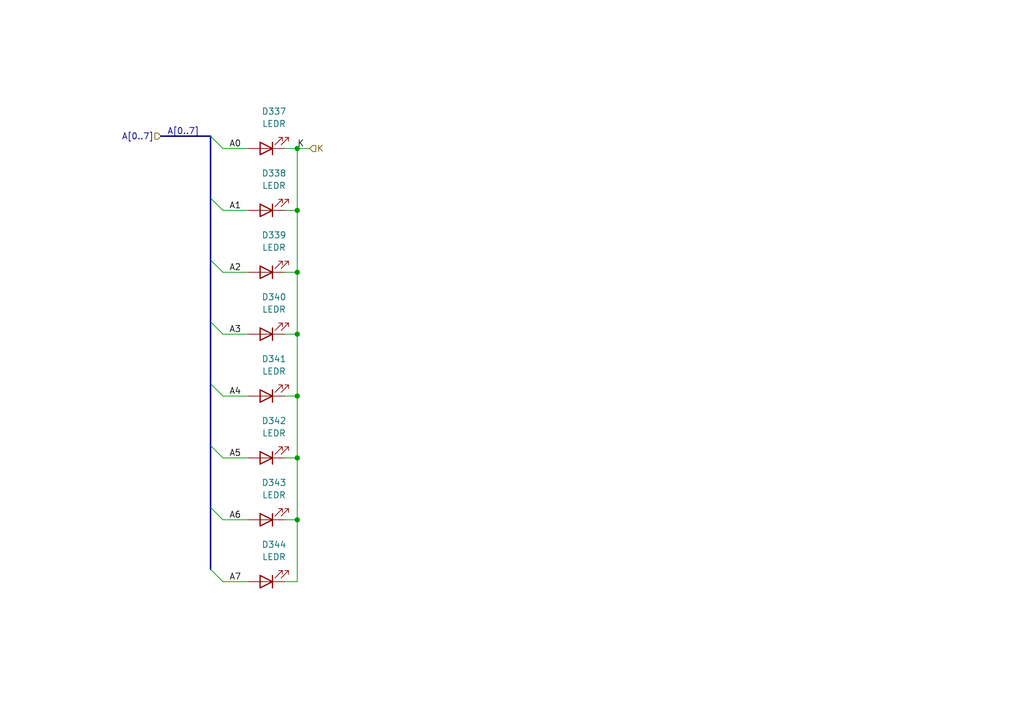
<source format=kicad_sch>
(kicad_sch (version 20231120) (generator "eeschema") (generator_version "8.0")
  (paper "A5")
  (lib_symbols
    (symbol "Device:LED" (pin_numbers hide) (pin_names (offset 1.016) hide)
      (property "Reference" "D" (at 0 2.54 0))
      (property "Value" "LED" (at 0 -2.54 0))
      (symbol "LED_0_1"
        (polyline (pts (xy -1.27 -1.27) (xy -1.27 1.27)) (stroke (width 0.254)))
        (polyline (pts (xy -1.27 0) (xy 1.27 0)))
        (polyline (pts (xy 1.27 -1.27) (xy 1.27 1.27) (xy -1.27 0) (xy 1.27 -1.27)) (stroke (width 0.254)))
        (polyline (pts (xy -3.048 -0.762) (xy -4.572 -2.286) (xy -3.81 -2.286) (xy -4.572 -2.286) (xy -4.572 -1.524)))
        (polyline (pts (xy -1.778 -0.762) (xy -3.302 -2.286) (xy -2.54 -2.286) (xy -3.302 -2.286) (xy -3.302 -1.524)))
      )
      (symbol "LED_1_1"
        (pin passive line (at -3.81 0 0) (length 2.54) (name "K") (number "1"))
        (pin passive line (at 3.81 0 180) (length 2.54) (name "A") (number "2"))
      )
    )
  )
  (junction (at 60.96 106.68))
  (junction (at 60.96 30.48))
  (junction (at 60.96 43.18))
  (junction (at 60.96 68.58))
  (junction (at 60.96 81.28))
  (junction (at 60.96 55.88))
  (junction (at 60.96 93.98))
  (bus_entry (at 45.72 119.38) (size -2.54 -2.54))
  (bus_entry (at 43.18 40.64) (size 2.54 2.54))
  (bus_entry (at 43.18 53.34) (size 2.54 2.54))
  (bus_entry (at 45.72 81.28) (size -2.54 -2.54))
  (bus_entry (at 43.18 27.94) (size 2.54 2.54))
  (bus_entry (at 45.72 68.58) (size -2.54 -2.54))
  (bus_entry (at 45.72 93.98) (size -2.54 -2.54))
  (bus_entry (at 45.72 106.68) (size -2.54 -2.54))
  (wire (pts (xy 60.96 55.88) (xy 58.42 55.88)))
  (wire (pts (xy 60.96 30.48) (xy 63.5 30.48)))
  (wire (pts (xy 45.72 43.18) (xy 50.8 43.18)))
  (wire (pts (xy 60.96 93.98) (xy 60.96 81.28)))
  (wire (pts (xy 60.96 68.58) (xy 60.96 81.28)))
  (wire (pts (xy 60.96 93.98) (xy 58.42 93.98)))
  (wire (pts (xy 60.96 106.68) (xy 60.96 93.98)))
  (bus (pts (xy 33.02 27.94) (xy 43.18 27.94)))
  (wire (pts (xy 60.96 55.88) (xy 60.96 43.18)))
  (wire (pts (xy 45.72 68.58) (xy 50.8 68.58)))
  (wire (pts (xy 60.96 81.28) (xy 58.42 81.28)))
  (wire (pts (xy 60.96 43.18) (xy 58.42 43.18)))
  (bus (pts (xy 43.18 91.44) (xy 43.18 104.14)))
  (wire (pts (xy 45.72 81.28) (xy 50.8 81.28)))
  (wire (pts (xy 58.42 106.68) (xy 60.96 106.68)))
  (wire (pts (xy 60.96 43.18) (xy 60.96 30.48)))
  (wire (pts (xy 58.42 119.38) (xy 60.96 119.38)))
  (bus (pts (xy 43.18 27.94) (xy 43.18 40.64)))
  (wire (pts (xy 60.96 30.48) (xy 58.42 30.48)))
  (wire (pts (xy 45.72 93.98) (xy 50.8 93.98)))
  (bus (pts (xy 43.18 66.04) (xy 43.18 78.74)))
  (wire (pts (xy 60.96 68.58) (xy 60.96 55.88)))
  (bus (pts (xy 43.18 104.14) (xy 43.18 116.84)))
  (wire (pts (xy 45.72 55.88) (xy 50.8 55.88)))
  (bus (pts (xy 43.18 53.34) (xy 43.18 66.04)))
  (wire (pts (xy 58.42 68.58) (xy 60.96 68.58)))
  (bus (pts (xy 43.18 40.64) (xy 43.18 53.34)))
  (wire (pts (xy 60.96 119.38) (xy 60.96 106.68)))
  (bus (pts (xy 43.18 78.74) (xy 43.18 91.44)))
  (wire (pts (xy 45.72 119.38) (xy 50.8 119.38)))
  (wire (pts (xy 45.72 30.48) (xy 50.8 30.48)))
  (wire (pts (xy 45.72 106.68) (xy 50.8 106.68)))
  (label "A6" (at 46.99 106.68 0))
  (label "A0" (at 46.99 30.48 0))
  (label "A5" (at 46.99 93.98 0))
  (label "A3" (at 46.99 68.58 0))
  (label "A4" (at 46.99 81.28 0))
  (label "A7" (at 46.99 119.38 0))
  (label "K" (at 60.96 30.48 0))
  (label "A[0..7]" (at 34.29 27.94 0))
  (label "A1" (at 46.99 43.18 0))
  (label "A2" (at 46.99 55.88 0))
  (hierarchical_label "A[0..7]" (shape input) (at 33.02 27.94 180))
  (hierarchical_label "K" (shape input) (at 63.5 30.48 0))
  (symbol (lib_id "Device:LED") (at 54.61 68.58 180) (unit 1)
    (property "Reference" "D148" (at 56.1975 60.96 0))
    (property "Value" "LEDR" (at 56.1975 63.5 0))
    (property "Footprint" "LED_SMD:LED_0603_1608Metric" (effects (hide yes)))
    (property "Description" "Light emitting diode" (effects (hide yes)))
    (property "LCSC" "C2286" (effects (hide yes)))
    (instances (project "led-display" (path "" (reference "D340") (unit 1)) (path "" (reference "D356") (unit 1)) (path "" (reference "D324") (unit 1)) (path "" (reference "D380") (unit 1)) (path "" (reference "D372") (unit 1)) (path "" (reference "D348") (unit 1)) (path "" (reference "D364") (unit 1)) (path "" (reference "D332") (unit 1)) (path "" (reference "D852") (unit 1)) (path "" (reference "D868") (unit 1)) (path "" (reference "D836") (unit 1)) (path "" (reference "D892") (unit 1)) (path "" (reference "D884") (unit 1)) (path "" (reference "D860") (unit 1)) (path "" (reference "D876") (unit 1)) (path "" (reference "D844") (unit 1)) (path "" (reference "D788") (unit 1)) (path "" (reference "D804") (unit 1)) (path "" (reference "D772") (unit 1)) (path "" (reference "D828") (unit 1)) (path "" (reference "D820") (unit 1)) (path "" (reference "D796") (unit 1)) (path "" (reference "D812") (unit 1)) (path "" (reference "D780") (unit 1)) (path "" (reference "D212") (unit 1)) (path "" (reference "D228") (unit 1)) (path "" (reference "D196") (unit 1)) (path "" (reference "D252") (unit 1)) (path "" (reference "D244") (unit 1)) (path "" (reference "D220") (unit 1)) (path "" (reference "D236") (unit 1)) (path "" (reference "D204") (unit 1)) (path "" (reference "D148") (unit 1)) (path "" (reference "D164") (unit 1)) (path "" (reference "D132") (unit 1)) (path "" (reference "D188") (unit 1)) (path "" (reference "D180") (unit 1)) (path "" (reference "D156") (unit 1)) (path "" (reference "D172") (unit 1)) (path "" (reference "D140") (unit 1)) (path "" (reference "D916") (unit 1)) (path "" (reference "D932") (unit 1)) (path "" (reference "D900") (unit 1)) (path "" (reference "D956") (unit 1)) (path "" (reference "D948") (unit 1)) (path "" (reference "D924") (unit 1)) (path "" (reference "D940") (unit 1)) (path "" (reference "D908") (unit 1)) (path "" (reference "D596") (unit 1)) (path "" (reference "D612") (unit 1)) (path "" (reference "D580") (unit 1)) (path "" (reference "D636") (unit 1)) (path "" (reference "D628") (unit 1)) (path "" (reference "D604") (unit 1)) (path "" (reference "D620") (unit 1)) (path "" (reference "D588") (unit 1)) (path "" (reference "D468") (unit 1)) (path "" (reference "D484") (unit 1)) (path "" (reference "D452") (unit 1)) (path "" (reference "D508") (unit 1)) (path "" (reference "D500") (unit 1)) (path "" (reference "D476") (unit 1)) (path "" (reference "D492") (unit 1)) (path "" (reference "D460") (unit 1)) (path "" (reference "D20") (unit 1)) (path "" (reference "D36") (unit 1)) (path "" (reference "D4") (unit 1)) (path "" (reference "D60") (unit 1)) (path "" (reference "D52") (unit 1)) (path "" (reference "D28") (unit 1)) (path "" (reference "D44") (unit 1)) (path "" (reference "D12") (unit 1)) (path "" (reference "D660") (unit 1)) (path "" (reference "D676") (unit 1)) (path "" (reference "D644") (unit 1)) (path "" (reference "D700") (unit 1)) (path "" (reference "D692") (unit 1)) (path "" (reference "D668") (unit 1)) (path "" (reference "D684") (unit 1)) (path "" (reference "D652") (unit 1)) (path "" (reference "D84") (unit 1)) (path "" (reference "D100") (unit 1)) (path "" (reference "D68") (unit 1)) (path "" (reference "D124") (unit 1)) (path "" (reference "D116") (unit 1)) (path "" (reference "D92") (unit 1)) (path "" (reference "D108") (unit 1)) (path "" (reference "D76") (unit 1)) (path "" (reference "D532") (unit 1)) (path "" (reference "D548") (unit 1)) (path "" (reference "D516") (unit 1)) (path "" (reference "D572") (unit 1)) (path "" (reference "D564") (unit 1)) (path "" (reference "D540") (unit 1)) (path "" (reference "D556") (unit 1)) (path "" (reference "D524") (unit 1)) (path "" (reference "D724") (unit 1)) (path "" (reference "D740") (unit 1)) (path "" (reference "D708") (unit 1)) (path "" (reference "D764") (unit 1)) (path "" (reference "D756") (unit 1)) (path "" (reference "D732") (unit 1)) (path "" (reference "D748") (unit 1)) (path "" (reference "D716") (unit 1)) (path "" (reference "D276") (unit 1)) (path "" (reference "D292") (unit 1)) (path "" (reference "D260") (unit 1)) (path "" (reference "D316") (unit 1)) (path "" (reference "D308") (unit 1)) (path "" (reference "D284") (unit 1)) (path "" (reference "D300") (unit 1)) (path "" (reference "D268") (unit 1)) (path "" (reference "D404") (unit 1)) (path "" (reference "D420") (unit 1)) (path "" (reference "D388") (unit 1)) (path "" (reference "D444") (unit 1)) (path "" (reference "D436") (unit 1)) (path "" (reference "D412") (unit 1)) (path "" (reference "D428") (unit 1)) (path "" (reference "D396") (unit 1)) (path "" (reference "D980") (unit 1)) (path "" (reference "D996") (unit 1)) (path "" (reference "D964") (unit 1)) (path "" (reference "D1020") (unit 1)) (path "" (reference "D1012") (unit 1)) (path "" (reference "D988") (unit 1)) (path "" (reference "D1004") (unit 1)) (path "" (reference "D972") (unit 1))))
  )
  (symbol (lib_id "Device:LED") (at 54.61 55.88 180) (unit 1)
    (property "Reference" "D147" (at 56.1975 48.26 0))
    (property "Value" "LEDR" (at 56.1975 50.8 0))
    (property "Footprint" "LED_SMD:LED_0603_1608Metric" (effects (hide yes)))
    (property "Description" "Light emitting diode" (effects (hide yes)))
    (property "LCSC" "C2286" (effects (hide yes)))
    (instances (project "led-display" (path "" (reference "D339") (unit 1)) (path "" (reference "D355") (unit 1)) (path "" (reference "D323") (unit 1)) (path "" (reference "D379") (unit 1)) (path "" (reference "D371") (unit 1)) (path "" (reference "D347") (unit 1)) (path "" (reference "D363") (unit 1)) (path "" (reference "D331") (unit 1)) (path "" (reference "D851") (unit 1)) (path "" (reference "D867") (unit 1)) (path "" (reference "D835") (unit 1)) (path "" (reference "D891") (unit 1)) (path "" (reference "D883") (unit 1)) (path "" (reference "D859") (unit 1)) (path "" (reference "D875") (unit 1)) (path "" (reference "D843") (unit 1)) (path "" (reference "D787") (unit 1)) (path "" (reference "D803") (unit 1)) (path "" (reference "D771") (unit 1)) (path "" (reference "D827") (unit 1)) (path "" (reference "D819") (unit 1)) (path "" (reference "D795") (unit 1)) (path "" (reference "D811") (unit 1)) (path "" (reference "D779") (unit 1)) (path "" (reference "D211") (unit 1)) (path "" (reference "D227") (unit 1)) (path "" (reference "D195") (unit 1)) (path "" (reference "D251") (unit 1)) (path "" (reference "D243") (unit 1)) (path "" (reference "D219") (unit 1)) (path "" (reference "D235") (unit 1)) (path "" (reference "D203") (unit 1)) (path "" (reference "D147") (unit 1)) (path "" (reference "D163") (unit 1)) (path "" (reference "D131") (unit 1)) (path "" (reference "D187") (unit 1)) (path "" (reference "D179") (unit 1)) (path "" (reference "D155") (unit 1)) (path "" (reference "D171") (unit 1)) (path "" (reference "D139") (unit 1)) (path "" (reference "D915") (unit 1)) (path "" (reference "D931") (unit 1)) (path "" (reference "D899") (unit 1)) (path "" (reference "D955") (unit 1)) (path "" (reference "D947") (unit 1)) (path "" (reference "D923") (unit 1)) (path "" (reference "D939") (unit 1)) (path "" (reference "D907") (unit 1)) (path "" (reference "D595") (unit 1)) (path "" (reference "D611") (unit 1)) (path "" (reference "D579") (unit 1)) (path "" (reference "D635") (unit 1)) (path "" (reference "D627") (unit 1)) (path "" (reference "D603") (unit 1)) (path "" (reference "D619") (unit 1)) (path "" (reference "D587") (unit 1)) (path "" (reference "D467") (unit 1)) (path "" (reference "D483") (unit 1)) (path "" (reference "D451") (unit 1)) (path "" (reference "D507") (unit 1)) (path "" (reference "D499") (unit 1)) (path "" (reference "D475") (unit 1)) (path "" (reference "D491") (unit 1)) (path "" (reference "D459") (unit 1)) (path "" (reference "D19") (unit 1)) (path "" (reference "D35") (unit 1)) (path "" (reference "D3") (unit 1)) (path "" (reference "D59") (unit 1)) (path "" (reference "D51") (unit 1)) (path "" (reference "D27") (unit 1)) (path "" (reference "D43") (unit 1)) (path "" (reference "D11") (unit 1)) (path "" (reference "D659") (unit 1)) (path "" (reference "D675") (unit 1)) (path "" (reference "D643") (unit 1)) (path "" (reference "D699") (unit 1)) (path "" (reference "D691") (unit 1)) (path "" (reference "D667") (unit 1)) (path "" (reference "D683") (unit 1)) (path "" (reference "D651") (unit 1)) (path "" (reference "D83") (unit 1)) (path "" (reference "D99") (unit 1)) (path "" (reference "D67") (unit 1)) (path "" (reference "D123") (unit 1)) (path "" (reference "D115") (unit 1)) (path "" (reference "D91") (unit 1)) (path "" (reference "D107") (unit 1)) (path "" (reference "D75") (unit 1)) (path "" (reference "D531") (unit 1)) (path "" (reference "D547") (unit 1)) (path "" (reference "D515") (unit 1)) (path "" (reference "D571") (unit 1)) (path "" (reference "D563") (unit 1)) (path "" (reference "D539") (unit 1)) (path "" (reference "D555") (unit 1)) (path "" (reference "D523") (unit 1)) (path "" (reference "D723") (unit 1)) (path "" (reference "D739") (unit 1)) (path "" (reference "D707") (unit 1)) (path "" (reference "D763") (unit 1)) (path "" (reference "D755") (unit 1)) (path "" (reference "D731") (unit 1)) (path "" (reference "D747") (unit 1)) (path "" (reference "D715") (unit 1)) (path "" (reference "D275") (unit 1)) (path "" (reference "D291") (unit 1)) (path "" (reference "D259") (unit 1)) (path "" (reference "D315") (unit 1)) (path "" (reference "D307") (unit 1)) (path "" (reference "D283") (unit 1)) (path "" (reference "D299") (unit 1)) (path "" (reference "D267") (unit 1)) (path "" (reference "D403") (unit 1)) (path "" (reference "D419") (unit 1)) (path "" (reference "D387") (unit 1)) (path "" (reference "D443") (unit 1)) (path "" (reference "D435") (unit 1)) (path "" (reference "D411") (unit 1)) (path "" (reference "D427") (unit 1)) (path "" (reference "D395") (unit 1)) (path "" (reference "D979") (unit 1)) (path "" (reference "D995") (unit 1)) (path "" (reference "D963") (unit 1)) (path "" (reference "D1019") (unit 1)) (path "" (reference "D1011") (unit 1)) (path "" (reference "D987") (unit 1)) (path "" (reference "D1003") (unit 1)) (path "" (reference "D971") (unit 1))))
  )
  (symbol (lib_id "Device:LED") (at 54.61 81.28 180) (unit 1)
    (property "Reference" "D149" (at 56.1975 73.66 0))
    (property "Value" "LEDR" (at 56.1975 76.2 0))
    (property "Footprint" "LED_SMD:LED_0603_1608Metric" (effects (hide yes)))
    (property "Description" "Light emitting diode" (effects (hide yes)))
    (property "LCSC" "C2286" (effects (hide yes)))
    (instances (project "led-display" (path "" (reference "D341") (unit 1)) (path "" (reference "D357") (unit 1)) (path "" (reference "D325") (unit 1)) (path "" (reference "D381") (unit 1)) (path "" (reference "D373") (unit 1)) (path "" (reference "D349") (unit 1)) (path "" (reference "D365") (unit 1)) (path "" (reference "D333") (unit 1)) (path "" (reference "D853") (unit 1)) (path "" (reference "D869") (unit 1)) (path "" (reference "D837") (unit 1)) (path "" (reference "D893") (unit 1)) (path "" (reference "D885") (unit 1)) (path "" (reference "D861") (unit 1)) (path "" (reference "D877") (unit 1)) (path "" (reference "D845") (unit 1)) (path "" (reference "D789") (unit 1)) (path "" (reference "D805") (unit 1)) (path "" (reference "D773") (unit 1)) (path "" (reference "D829") (unit 1)) (path "" (reference "D821") (unit 1)) (path "" (reference "D797") (unit 1)) (path "" (reference "D813") (unit 1)) (path "" (reference "D781") (unit 1)) (path "" (reference "D213") (unit 1)) (path "" (reference "D229") (unit 1)) (path "" (reference "D197") (unit 1)) (path "" (reference "D253") (unit 1)) (path "" (reference "D245") (unit 1)) (path "" (reference "D221") (unit 1)) (path "" (reference "D237") (unit 1)) (path "" (reference "D205") (unit 1)) (path "" (reference "D149") (unit 1)) (path "" (reference "D165") (unit 1)) (path "" (reference "D133") (unit 1)) (path "" (reference "D189") (unit 1)) (path "" (reference "D181") (unit 1)) (path "" (reference "D157") (unit 1)) (path "" (reference "D173") (unit 1)) (path "" (reference "D141") (unit 1)) (path "" (reference "D917") (unit 1)) (path "" (reference "D933") (unit 1)) (path "" (reference "D901") (unit 1)) (path "" (reference "D957") (unit 1)) (path "" (reference "D949") (unit 1)) (path "" (reference "D925") (unit 1)) (path "" (reference "D941") (unit 1)) (path "" (reference "D909") (unit 1)) (path "" (reference "D597") (unit 1)) (path "" (reference "D613") (unit 1)) (path "" (reference "D581") (unit 1)) (path "" (reference "D637") (unit 1)) (path "" (reference "D629") (unit 1)) (path "" (reference "D605") (unit 1)) (path "" (reference "D621") (unit 1)) (path "" (reference "D589") (unit 1)) (path "" (reference "D469") (unit 1)) (path "" (reference "D485") (unit 1)) (path "" (reference "D453") (unit 1)) (path "" (reference "D509") (unit 1)) (path "" (reference "D501") (unit 1)) (path "" (reference "D477") (unit 1)) (path "" (reference "D493") (unit 1)) (path "" (reference "D461") (unit 1)) (path "" (reference "D21") (unit 1)) (path "" (reference "D37") (unit 1)) (path "" (reference "D5") (unit 1)) (path "" (reference "D61") (unit 1)) (path "" (reference "D53") (unit 1)) (path "" (reference "D29") (unit 1)) (path "" (reference "D45") (unit 1)) (path "" (reference "D13") (unit 1)) (path "" (reference "D661") (unit 1)) (path "" (reference "D677") (unit 1)) (path "" (reference "D645") (unit 1)) (path "" (reference "D701") (unit 1)) (path "" (reference "D693") (unit 1)) (path "" (reference "D669") (unit 1)) (path "" (reference "D685") (unit 1)) (path "" (reference "D653") (unit 1)) (path "" (reference "D85") (unit 1)) (path "" (reference "D101") (unit 1)) (path "" (reference "D69") (unit 1)) (path "" (reference "D125") (unit 1)) (path "" (reference "D117") (unit 1)) (path "" (reference "D93") (unit 1)) (path "" (reference "D109") (unit 1)) (path "" (reference "D77") (unit 1)) (path "" (reference "D533") (unit 1)) (path "" (reference "D549") (unit 1)) (path "" (reference "D517") (unit 1)) (path "" (reference "D573") (unit 1)) (path "" (reference "D565") (unit 1)) (path "" (reference "D541") (unit 1)) (path "" (reference "D557") (unit 1)) (path "" (reference "D525") (unit 1)) (path "" (reference "D725") (unit 1)) (path "" (reference "D741") (unit 1)) (path "" (reference "D709") (unit 1)) (path "" (reference "D765") (unit 1)) (path "" (reference "D757") (unit 1)) (path "" (reference "D733") (unit 1)) (path "" (reference "D749") (unit 1)) (path "" (reference "D717") (unit 1)) (path "" (reference "D277") (unit 1)) (path "" (reference "D293") (unit 1)) (path "" (reference "D261") (unit 1)) (path "" (reference "D317") (unit 1)) (path "" (reference "D309") (unit 1)) (path "" (reference "D285") (unit 1)) (path "" (reference "D301") (unit 1)) (path "" (reference "D269") (unit 1)) (path "" (reference "D405") (unit 1)) (path "" (reference "D421") (unit 1)) (path "" (reference "D389") (unit 1)) (path "" (reference "D445") (unit 1)) (path "" (reference "D437") (unit 1)) (path "" (reference "D413") (unit 1)) (path "" (reference "D429") (unit 1)) (path "" (reference "D397") (unit 1)) (path "" (reference "D981") (unit 1)) (path "" (reference "D997") (unit 1)) (path "" (reference "D965") (unit 1)) (path "" (reference "D1021") (unit 1)) (path "" (reference "D1013") (unit 1)) (path "" (reference "D989") (unit 1)) (path "" (reference "D1005") (unit 1)) (path "" (reference "D973") (unit 1))))
  )
  (symbol (lib_id "Device:LED") (at 54.61 43.18 180) (unit 1)
    (property "Reference" "D146" (at 56.1975 35.56 0))
    (property "Value" "LEDR" (at 56.1975 38.1 0))
    (property "Footprint" "LED_SMD:LED_0603_1608Metric" (effects (hide yes)))
    (property "Description" "Light emitting diode" (effects (hide yes)))
    (property "LCSC" "C2286" (effects (hide yes)))
    (instances (project "led-display" (path "" (reference "D338") (unit 1)) (path "" (reference "D354") (unit 1)) (path "" (reference "D322") (unit 1)) (path "" (reference "D378") (unit 1)) (path "" (reference "D370") (unit 1)) (path "" (reference "D346") (unit 1)) (path "" (reference "D362") (unit 1)) (path "" (reference "D330") (unit 1)) (path "" (reference "D850") (unit 1)) (path "" (reference "D866") (unit 1)) (path "" (reference "D834") (unit 1)) (path "" (reference "D890") (unit 1)) (path "" (reference "D882") (unit 1)) (path "" (reference "D858") (unit 1)) (path "" (reference "D874") (unit 1)) (path "" (reference "D842") (unit 1)) (path "" (reference "D786") (unit 1)) (path "" (reference "D802") (unit 1)) (path "" (reference "D770") (unit 1)) (path "" (reference "D826") (unit 1)) (path "" (reference "D818") (unit 1)) (path "" (reference "D794") (unit 1)) (path "" (reference "D810") (unit 1)) (path "" (reference "D778") (unit 1)) (path "" (reference "D210") (unit 1)) (path "" (reference "D226") (unit 1)) (path "" (reference "D194") (unit 1)) (path "" (reference "D250") (unit 1)) (path "" (reference "D242") (unit 1)) (path "" (reference "D218") (unit 1)) (path "" (reference "D234") (unit 1)) (path "" (reference "D202") (unit 1)) (path "" (reference "D146") (unit 1)) (path "" (reference "D162") (unit 1)) (path "" (reference "D130") (unit 1)) (path "" (reference "D186") (unit 1)) (path "" (reference "D178") (unit 1)) (path "" (reference "D154") (unit 1)) (path "" (reference "D170") (unit 1)) (path "" (reference "D138") (unit 1)) (path "" (reference "D914") (unit 1)) (path "" (reference "D930") (unit 1)) (path "" (reference "D898") (unit 1)) (path "" (reference "D954") (unit 1)) (path "" (reference "D946") (unit 1)) (path "" (reference "D922") (unit 1)) (path "" (reference "D938") (unit 1)) (path "" (reference "D906") (unit 1)) (path "" (reference "D594") (unit 1)) (path "" (reference "D610") (unit 1)) (path "" (reference "D578") (unit 1)) (path "" (reference "D634") (unit 1)) (path "" (reference "D626") (unit 1)) (path "" (reference "D602") (unit 1)) (path "" (reference "D618") (unit 1)) (path "" (reference "D586") (unit 1)) (path "" (reference "D466") (unit 1)) (path "" (reference "D482") (unit 1)) (path "" (reference "D450") (unit 1)) (path "" (reference "D506") (unit 1)) (path "" (reference "D498") (unit 1)) (path "" (reference "D474") (unit 1)) (path "" (reference "D490") (unit 1)) (path "" (reference "D458") (unit 1)) (path "" (reference "D18") (unit 1)) (path "" (reference "D34") (unit 1)) (path "" (reference "D2") (unit 1)) (path "" (reference "D58") (unit 1)) (path "" (reference "D50") (unit 1)) (path "" (reference "D26") (unit 1)) (path "" (reference "D42") (unit 1)) (path "" (reference "D10") (unit 1)) (path "" (reference "D658") (unit 1)) (path "" (reference "D674") (unit 1)) (path "" (reference "D642") (unit 1)) (path "" (reference "D698") (unit 1)) (path "" (reference "D690") (unit 1)) (path "" (reference "D666") (unit 1)) (path "" (reference "D682") (unit 1)) (path "" (reference "D650") (unit 1)) (path "" (reference "D82") (unit 1)) (path "" (reference "D98") (unit 1)) (path "" (reference "D66") (unit 1)) (path "" (reference "D122") (unit 1)) (path "" (reference "D114") (unit 1)) (path "" (reference "D90") (unit 1)) (path "" (reference "D106") (unit 1)) (path "" (reference "D74") (unit 1)) (path "" (reference "D530") (unit 1)) (path "" (reference "D546") (unit 1)) (path "" (reference "D514") (unit 1)) (path "" (reference "D570") (unit 1)) (path "" (reference "D562") (unit 1)) (path "" (reference "D538") (unit 1)) (path "" (reference "D554") (unit 1)) (path "" (reference "D522") (unit 1)) (path "" (reference "D722") (unit 1)) (path "" (reference "D738") (unit 1)) (path "" (reference "D706") (unit 1)) (path "" (reference "D762") (unit 1)) (path "" (reference "D754") (unit 1)) (path "" (reference "D730") (unit 1)) (path "" (reference "D746") (unit 1)) (path "" (reference "D714") (unit 1)) (path "" (reference "D274") (unit 1)) (path "" (reference "D290") (unit 1)) (path "" (reference "D258") (unit 1)) (path "" (reference "D314") (unit 1)) (path "" (reference "D306") (unit 1)) (path "" (reference "D282") (unit 1)) (path "" (reference "D298") (unit 1)) (path "" (reference "D266") (unit 1)) (path "" (reference "D402") (unit 1)) (path "" (reference "D418") (unit 1)) (path "" (reference "D386") (unit 1)) (path "" (reference "D442") (unit 1)) (path "" (reference "D434") (unit 1)) (path "" (reference "D410") (unit 1)) (path "" (reference "D426") (unit 1)) (path "" (reference "D394") (unit 1)) (path "" (reference "D978") (unit 1)) (path "" (reference "D994") (unit 1)) (path "" (reference "D962") (unit 1)) (path "" (reference "D1018") (unit 1)) (path "" (reference "D1010") (unit 1)) (path "" (reference "D986") (unit 1)) (path "" (reference "D1002") (unit 1)) (path "" (reference "D970") (unit 1))))
  )
  (symbol (lib_id "Device:LED") (at 54.61 106.68 180) (unit 1)
    (property "Reference" "D151" (at 56.1975 99.06 0))
    (property "Value" "LEDR" (at 56.1975 101.6 0))
    (property "Footprint" "LED_SMD:LED_0603_1608Metric" (effects (hide yes)))
    (property "Description" "Light emitting diode" (effects (hide yes)))
    (property "LCSC" "C2286" (effects (hide yes)))
    (instances (project "led-display" (path "" (reference "D343") (unit 1)) (path "" (reference "D359") (unit 1)) (path "" (reference "D327") (unit 1)) (path "" (reference "D383") (unit 1)) (path "" (reference "D375") (unit 1)) (path "" (reference "D351") (unit 1)) (path "" (reference "D367") (unit 1)) (path "" (reference "D335") (unit 1)) (path "" (reference "D855") (unit 1)) (path "" (reference "D871") (unit 1)) (path "" (reference "D839") (unit 1)) (path "" (reference "D895") (unit 1)) (path "" (reference "D887") (unit 1)) (path "" (reference "D863") (unit 1)) (path "" (reference "D879") (unit 1)) (path "" (reference "D847") (unit 1)) (path "" (reference "D791") (unit 1)) (path "" (reference "D807") (unit 1)) (path "" (reference "D775") (unit 1)) (path "" (reference "D831") (unit 1)) (path "" (reference "D823") (unit 1)) (path "" (reference "D799") (unit 1)) (path "" (reference "D815") (unit 1)) (path "" (reference "D783") (unit 1)) (path "" (reference "D215") (unit 1)) (path "" (reference "D231") (unit 1)) (path "" (reference "D199") (unit 1)) (path "" (reference "D255") (unit 1)) (path "" (reference "D247") (unit 1)) (path "" (reference "D223") (unit 1)) (path "" (reference "D239") (unit 1)) (path "" (reference "D207") (unit 1)) (path "" (reference "D151") (unit 1)) (path "" (reference "D167") (unit 1)) (path "" (reference "D135") (unit 1)) (path "" (reference "D191") (unit 1)) (path "" (reference "D183") (unit 1)) (path "" (reference "D159") (unit 1)) (path "" (reference "D175") (unit 1)) (path "" (reference "D143") (unit 1)) (path "" (reference "D919") (unit 1)) (path "" (reference "D935") (unit 1)) (path "" (reference "D903") (unit 1)) (path "" (reference "D959") (unit 1)) (path "" (reference "D951") (unit 1)) (path "" (reference "D927") (unit 1)) (path "" (reference "D943") (unit 1)) (path "" (reference "D911") (unit 1)) (path "" (reference "D599") (unit 1)) (path "" (reference "D615") (unit 1)) (path "" (reference "D583") (unit 1)) (path "" (reference "D639") (unit 1)) (path "" (reference "D631") (unit 1)) (path "" (reference "D607") (unit 1)) (path "" (reference "D623") (unit 1)) (path "" (reference "D591") (unit 1)) (path "" (reference "D471") (unit 1)) (path "" (reference "D487") (unit 1)) (path "" (reference "D455") (unit 1)) (path "" (reference "D511") (unit 1)) (path "" (reference "D503") (unit 1)) (path "" (reference "D479") (unit 1)) (path "" (reference "D495") (unit 1)) (path "" (reference "D463") (unit 1)) (path "" (reference "D23") (unit 1)) (path "" (reference "D39") (unit 1)) (path "" (reference "D7") (unit 1)) (path "" (reference "D63") (unit 1)) (path "" (reference "D55") (unit 1)) (path "" (reference "D31") (unit 1)) (path "" (reference "D47") (unit 1)) (path "" (reference "D15") (unit 1)) (path "" (reference "D663") (unit 1)) (path "" (reference "D679") (unit 1)) (path "" (reference "D647") (unit 1)) (path "" (reference "D703") (unit 1)) (path "" (reference "D695") (unit 1)) (path "" (reference "D671") (unit 1)) (path "" (reference "D687") (unit 1)) (path "" (reference "D655") (unit 1)) (path "" (reference "D87") (unit 1)) (path "" (reference "D103") (unit 1)) (path "" (reference "D71") (unit 1)) (path "" (reference "D127") (unit 1)) (path "" (reference "D119") (unit 1)) (path "" (reference "D95") (unit 1)) (path "" (reference "D111") (unit 1)) (path "" (reference "D79") (unit 1)) (path "" (reference "D535") (unit 1)) (path "" (reference "D551") (unit 1)) (path "" (reference "D519") (unit 1)) (path "" (reference "D575") (unit 1)) (path "" (reference "D567") (unit 1)) (path "" (reference "D543") (unit 1)) (path "" (reference "D559") (unit 1)) (path "" (reference "D527") (unit 1)) (path "" (reference "D727") (unit 1)) (path "" (reference "D743") (unit 1)) (path "" (reference "D711") (unit 1)) (path "" (reference "D767") (unit 1)) (path "" (reference "D759") (unit 1)) (path "" (reference "D735") (unit 1)) (path "" (reference "D751") (unit 1)) (path "" (reference "D719") (unit 1)) (path "" (reference "D279") (unit 1)) (path "" (reference "D295") (unit 1)) (path "" (reference "D263") (unit 1)) (path "" (reference "D319") (unit 1)) (path "" (reference "D311") (unit 1)) (path "" (reference "D287") (unit 1)) (path "" (reference "D303") (unit 1)) (path "" (reference "D271") (unit 1)) (path "" (reference "D407") (unit 1)) (path "" (reference "D423") (unit 1)) (path "" (reference "D391") (unit 1)) (path "" (reference "D447") (unit 1)) (path "" (reference "D439") (unit 1)) (path "" (reference "D415") (unit 1)) (path "" (reference "D431") (unit 1)) (path "" (reference "D399") (unit 1)) (path "" (reference "D983") (unit 1)) (path "" (reference "D999") (unit 1)) (path "" (reference "D967") (unit 1)) (path "" (reference "D1023") (unit 1)) (path "" (reference "D1015") (unit 1)) (path "" (reference "D991") (unit 1)) (path "" (reference "D1007") (unit 1)) (path "" (reference "D975") (unit 1))))
  )
  (symbol (lib_id "Device:LED") (at 54.61 93.98 180) (unit 1)
    (property "Reference" "D150" (at 56.1975 86.36 0))
    (property "Value" "LEDR" (at 56.1975 88.9 0))
    (property "Footprint" "LED_SMD:LED_0603_1608Metric" (effects (hide yes)))
    (property "Description" "Light emitting diode" (effects (hide yes)))
    (property "LCSC" "C2286" (effects (hide yes)))
    (instances (project "led-display" (path "" (reference "D342") (unit 1)) (path "" (reference "D358") (unit 1)) (path "" (reference "D326") (unit 1)) (path "" (reference "D382") (unit 1)) (path "" (reference "D374") (unit 1)) (path "" (reference "D350") (unit 1)) (path "" (reference "D366") (unit 1)) (path "" (reference "D334") (unit 1)) (path "" (reference "D854") (unit 1)) (path "" (reference "D870") (unit 1)) (path "" (reference "D838") (unit 1)) (path "" (reference "D894") (unit 1)) (path "" (reference "D886") (unit 1)) (path "" (reference "D862") (unit 1)) (path "" (reference "D878") (unit 1)) (path "" (reference "D846") (unit 1)) (path "" (reference "D790") (unit 1)) (path "" (reference "D806") (unit 1)) (path "" (reference "D774") (unit 1)) (path "" (reference "D830") (unit 1)) (path "" (reference "D822") (unit 1)) (path "" (reference "D798") (unit 1)) (path "" (reference "D814") (unit 1)) (path "" (reference "D782") (unit 1)) (path "" (reference "D214") (unit 1)) (path "" (reference "D230") (unit 1)) (path "" (reference "D198") (unit 1)) (path "" (reference "D254") (unit 1)) (path "" (reference "D246") (unit 1)) (path "" (reference "D222") (unit 1)) (path "" (reference "D238") (unit 1)) (path "" (reference "D206") (unit 1)) (path "" (reference "D150") (unit 1)) (path "" (reference "D166") (unit 1)) (path "" (reference "D134") (unit 1)) (path "" (reference "D190") (unit 1)) (path "" (reference "D182") (unit 1)) (path "" (reference "D158") (unit 1)) (path "" (reference "D174") (unit 1)) (path "" (reference "D142") (unit 1)) (path "" (reference "D918") (unit 1)) (path "" (reference "D934") (unit 1)) (path "" (reference "D902") (unit 1)) (path "" (reference "D958") (unit 1)) (path "" (reference "D950") (unit 1)) (path "" (reference "D926") (unit 1)) (path "" (reference "D942") (unit 1)) (path "" (reference "D910") (unit 1)) (path "" (reference "D598") (unit 1)) (path "" (reference "D614") (unit 1)) (path "" (reference "D582") (unit 1)) (path "" (reference "D638") (unit 1)) (path "" (reference "D630") (unit 1)) (path "" (reference "D606") (unit 1)) (path "" (reference "D622") (unit 1)) (path "" (reference "D590") (unit 1)) (path "" (reference "D470") (unit 1)) (path "" (reference "D486") (unit 1)) (path "" (reference "D454") (unit 1)) (path "" (reference "D510") (unit 1)) (path "" (reference "D502") (unit 1)) (path "" (reference "D478") (unit 1)) (path "" (reference "D494") (unit 1)) (path "" (reference "D462") (unit 1)) (path "" (reference "D22") (unit 1)) (path "" (reference "D38") (unit 1)) (path "" (reference "D6") (unit 1)) (path "" (reference "D62") (unit 1)) (path "" (reference "D54") (unit 1)) (path "" (reference "D30") (unit 1)) (path "" (reference "D46") (unit 1)) (path "" (reference "D14") (unit 1)) (path "" (reference "D662") (unit 1)) (path "" (reference "D678") (unit 1)) (path "" (reference "D646") (unit 1)) (path "" (reference "D702") (unit 1)) (path "" (reference "D694") (unit 1)) (path "" (reference "D670") (unit 1)) (path "" (reference "D686") (unit 1)) (path "" (reference "D654") (unit 1)) (path "" (reference "D86") (unit 1)) (path "" (reference "D102") (unit 1)) (path "" (reference "D70") (unit 1)) (path "" (reference "D126") (unit 1)) (path "" (reference "D118") (unit 1)) (path "" (reference "D94") (unit 1)) (path "" (reference "D110") (unit 1)) (path "" (reference "D78") (unit 1)) (path "" (reference "D534") (unit 1)) (path "" (reference "D550") (unit 1)) (path "" (reference "D518") (unit 1)) (path "" (reference "D574") (unit 1)) (path "" (reference "D566") (unit 1)) (path "" (reference "D542") (unit 1)) (path "" (reference "D558") (unit 1)) (path "" (reference "D526") (unit 1)) (path "" (reference "D726") (unit 1)) (path "" (reference "D742") (unit 1)) (path "" (reference "D710") (unit 1)) (path "" (reference "D766") (unit 1)) (path "" (reference "D758") (unit 1)) (path "" (reference "D734") (unit 1)) (path "" (reference "D750") (unit 1)) (path "" (reference "D718") (unit 1)) (path "" (reference "D278") (unit 1)) (path "" (reference "D294") (unit 1)) (path "" (reference "D262") (unit 1)) (path "" (reference "D318") (unit 1)) (path "" (reference "D310") (unit 1)) (path "" (reference "D286") (unit 1)) (path "" (reference "D302") (unit 1)) (path "" (reference "D270") (unit 1)) (path "" (reference "D406") (unit 1)) (path "" (reference "D422") (unit 1)) (path "" (reference "D390") (unit 1)) (path "" (reference "D446") (unit 1)) (path "" (reference "D438") (unit 1)) (path "" (reference "D414") (unit 1)) (path "" (reference "D430") (unit 1)) (path "" (reference "D398") (unit 1)) (path "" (reference "D982") (unit 1)) (path "" (reference "D998") (unit 1)) (path "" (reference "D966") (unit 1)) (path "" (reference "D1022") (unit 1)) (path "" (reference "D1014") (unit 1)) (path "" (reference "D990") (unit 1)) (path "" (reference "D1006") (unit 1)) (path "" (reference "D974") (unit 1))))
  )
  (symbol (lib_id "Device:LED") (at 54.61 30.48 180) (unit 1)
    (property "Reference" "D145" (at 56.1975 22.86 0))
    (property "Value" "LEDR" (at 56.1975 25.4 0))
    (property "Footprint" "LED_SMD:LED_0603_1608Metric" (effects (hide yes)))
    (property "Description" "Light emitting diode" (effects (hide yes)))
    (property "LCSC" "C2286" (effects (hide yes)))
    (instances (project "led-display" (path "" (reference "D337") (unit 1)) (path "" (reference "D353") (unit 1)) (path "" (reference "D321") (unit 1)) (path "" (reference "D377") (unit 1)) (path "" (reference "D369") (unit 1)) (path "" (reference "D345") (unit 1)) (path "" (reference "D361") (unit 1)) (path "" (reference "D329") (unit 1)) (path "" (reference "D849") (unit 1)) (path "" (reference "D865") (unit 1)) (path "" (reference "D833") (unit 1)) (path "" (reference "D889") (unit 1)) (path "" (reference "D881") (unit 1)) (path "" (reference "D857") (unit 1)) (path "" (reference "D873") (unit 1)) (path "" (reference "D841") (unit 1)) (path "" (reference "D785") (unit 1)) (path "" (reference "D801") (unit 1)) (path "" (reference "D769") (unit 1)) (path "" (reference "D825") (unit 1)) (path "" (reference "D817") (unit 1)) (path "" (reference "D793") (unit 1)) (path "" (reference "D809") (unit 1)) (path "" (reference "D777") (unit 1)) (path "" (reference "D209") (unit 1)) (path "" (reference "D225") (unit 1)) (path "" (reference "D193") (unit 1)) (path "" (reference "D249") (unit 1)) (path "" (reference "D241") (unit 1)) (path "" (reference "D217") (unit 1)) (path "" (reference "D233") (unit 1)) (path "" (reference "D201") (unit 1)) (path "" (reference "D145") (unit 1)) (path "" (reference "D161") (unit 1)) (path "" (reference "D129") (unit 1)) (path "" (reference "D185") (unit 1)) (path "" (reference "D177") (unit 1)) (path "" (reference "D153") (unit 1)) (path "" (reference "D169") (unit 1)) (path "" (reference "D137") (unit 1)) (path "" (reference "D913") (unit 1)) (path "" (reference "D929") (unit 1)) (path "" (reference "D897") (unit 1)) (path "" (reference "D953") (unit 1)) (path "" (reference "D945") (unit 1)) (path "" (reference "D921") (unit 1)) (path "" (reference "D937") (unit 1)) (path "" (reference "D905") (unit 1)) (path "" (reference "D593") (unit 1)) (path "" (reference "D609") (unit 1)) (path "" (reference "D577") (unit 1)) (path "" (reference "D633") (unit 1)) (path "" (reference "D625") (unit 1)) (path "" (reference "D601") (unit 1)) (path "" (reference "D617") (unit 1)) (path "" (reference "D585") (unit 1)) (path "" (reference "D465") (unit 1)) (path "" (reference "D481") (unit 1)) (path "" (reference "D449") (unit 1)) (path "" (reference "D505") (unit 1)) (path "" (reference "D497") (unit 1)) (path "" (reference "D473") (unit 1)) (path "" (reference "D489") (unit 1)) (path "" (reference "D457") (unit 1)) (path "" (reference "D17") (unit 1)) (path "" (reference "D33") (unit 1)) (path "" (reference "D1") (unit 1)) (path "" (reference "D57") (unit 1)) (path "" (reference "D49") (unit 1)) (path "" (reference "D25") (unit 1)) (path "" (reference "D41") (unit 1)) (path "" (reference "D9") (unit 1)) (path "" (reference "D657") (unit 1)) (path "" (reference "D673") (unit 1)) (path "" (reference "D641") (unit 1)) (path "" (reference "D697") (unit 1)) (path "" (reference "D689") (unit 1)) (path "" (reference "D665") (unit 1)) (path "" (reference "D681") (unit 1)) (path "" (reference "D649") (unit 1)) (path "" (reference "D81") (unit 1)) (path "" (reference "D97") (unit 1)) (path "" (reference "D65") (unit 1)) (path "" (reference "D121") (unit 1)) (path "" (reference "D113") (unit 1)) (path "" (reference "D89") (unit 1)) (path "" (reference "D105") (unit 1)) (path "" (reference "D73") (unit 1)) (path "" (reference "D529") (unit 1)) (path "" (reference "D545") (unit 1)) (path "" (reference "D513") (unit 1)) (path "" (reference "D569") (unit 1)) (path "" (reference "D561") (unit 1)) (path "" (reference "D537") (unit 1)) (path "" (reference "D553") (unit 1)) (path "" (reference "D521") (unit 1)) (path "" (reference "D721") (unit 1)) (path "" (reference "D737") (unit 1)) (path "" (reference "D705") (unit 1)) (path "" (reference "D761") (unit 1)) (path "" (reference "D753") (unit 1)) (path "" (reference "D729") (unit 1)) (path "" (reference "D745") (unit 1)) (path "" (reference "D713") (unit 1)) (path "" (reference "D273") (unit 1)) (path "" (reference "D289") (unit 1)) (path "" (reference "D257") (unit 1)) (path "" (reference "D313") (unit 1)) (path "" (reference "D305") (unit 1)) (path "" (reference "D281") (unit 1)) (path "" (reference "D297") (unit 1)) (path "" (reference "D265") (unit 1)) (path "" (reference "D401") (unit 1)) (path "" (reference "D417") (unit 1)) (path "" (reference "D385") (unit 1)) (path "" (reference "D441") (unit 1)) (path "" (reference "D433") (unit 1)) (path "" (reference "D409") (unit 1)) (path "" (reference "D425") (unit 1)) (path "" (reference "D393") (unit 1)) (path "" (reference "D977") (unit 1)) (path "" (reference "D993") (unit 1)) (path "" (reference "D961") (unit 1)) (path "" (reference "D1017") (unit 1)) (path "" (reference "D1009") (unit 1)) (path "" (reference "D985") (unit 1)) (path "" (reference "D1001") (unit 1)) (path "" (reference "D969") (unit 1))))
  )
  (symbol (lib_id "Device:LED") (at 54.61 119.38 180) (unit 1)
    (property "Reference" "D152" (at 56.1975 111.76 0))
    (property "Value" "LEDR" (at 56.1975 114.3 0))
    (property "Footprint" "LED_SMD:LED_0603_1608Metric" (effects (hide yes)))
    (property "Description" "Light emitting diode" (effects (hide yes)))
    (property "LCSC" "C2286" (effects (hide yes)))
    (instances (project "led-display" (path "" (reference "D344") (unit 1)) (path "" (reference "D360") (unit 1)) (path "" (reference "D328") (unit 1)) (path "" (reference "D384") (unit 1)) (path "" (reference "D376") (unit 1)) (path "" (reference "D352") (unit 1)) (path "" (reference "D368") (unit 1)) (path "" (reference "D336") (unit 1)) (path "" (reference "D856") (unit 1)) (path "" (reference "D872") (unit 1)) (path "" (reference "D840") (unit 1)) (path "" (reference "D896") (unit 1)) (path "" (reference "D888") (unit 1)) (path "" (reference "D864") (unit 1)) (path "" (reference "D880") (unit 1)) (path "" (reference "D848") (unit 1)) (path "" (reference "D792") (unit 1)) (path "" (reference "D808") (unit 1)) (path "" (reference "D776") (unit 1)) (path "" (reference "D832") (unit 1)) (path "" (reference "D824") (unit 1)) (path "" (reference "D800") (unit 1)) (path "" (reference "D816") (unit 1)) (path "" (reference "D784") (unit 1)) (path "" (reference "D216") (unit 1)) (path "" (reference "D232") (unit 1)) (path "" (reference "D200") (unit 1)) (path "" (reference "D256") (unit 1)) (path "" (reference "D248") (unit 1)) (path "" (reference "D224") (unit 1)) (path "" (reference "D240") (unit 1)) (path "" (reference "D208") (unit 1)) (path "" (reference "D152") (unit 1)) (path "" (reference "D168") (unit 1)) (path "" (reference "D136") (unit 1)) (path "" (reference "D192") (unit 1)) (path "" (reference "D184") (unit 1)) (path "" (reference "D160") (unit 1)) (path "" (reference "D176") (unit 1)) (path "" (reference "D144") (unit 1)) (path "" (reference "D920") (unit 1)) (path "" (reference "D936") (unit 1)) (path "" (reference "D904") (unit 1)) (path "" (reference "D960") (unit 1)) (path "" (reference "D952") (unit 1)) (path "" (reference "D928") (unit 1)) (path "" (reference "D944") (unit 1)) (path "" (reference "D912") (unit 1)) (path "" (reference "D600") (unit 1)) (path "" (reference "D616") (unit 1)) (path "" (reference "D584") (unit 1)) (path "" (reference "D640") (unit 1)) (path "" (reference "D632") (unit 1)) (path "" (reference "D608") (unit 1)) (path "" (reference "D624") (unit 1)) (path "" (reference "D592") (unit 1)) (path "" (reference "D472") (unit 1)) (path "" (reference "D488") (unit 1)) (path "" (reference "D456") (unit 1)) (path "" (reference "D512") (unit 1)) (path "" (reference "D504") (unit 1)) (path "" (reference "D480") (unit 1)) (path "" (reference "D496") (unit 1)) (path "" (reference "D464") (unit 1)) (path "" (reference "D24") (unit 1)) (path "" (reference "D40") (unit 1)) (path "" (reference "D8") (unit 1)) (path "" (reference "D64") (unit 1)) (path "" (reference "D56") (unit 1)) (path "" (reference "D32") (unit 1)) (path "" (reference "D48") (unit 1)) (path "" (reference "D16") (unit 1)) (path "" (reference "D664") (unit 1)) (path "" (reference "D680") (unit 1)) (path "" (reference "D648") (unit 1)) (path "" (reference "D704") (unit 1)) (path "" (reference "D696") (unit 1)) (path "" (reference "D672") (unit 1)) (path "" (reference "D688") (unit 1)) (path "" (reference "D656") (unit 1)) (path "" (reference "D88") (unit 1)) (path "" (reference "D104") (unit 1)) (path "" (reference "D72") (unit 1)) (path "" (reference "D128") (unit 1)) (path "" (reference "D120") (unit 1)) (path "" (reference "D96") (unit 1)) (path "" (reference "D112") (unit 1)) (path "" (reference "D80") (unit 1)) (path "" (reference "D536") (unit 1)) (path "" (reference "D552") (unit 1)) (path "" (reference "D520") (unit 1)) (path "" (reference "D576") (unit 1)) (path "" (reference "D568") (unit 1)) (path "" (reference "D544") (unit 1)) (path "" (reference "D560") (unit 1)) (path "" (reference "D528") (unit 1)) (path "" (reference "D728") (unit 1)) (path "" (reference "D744") (unit 1)) (path "" (reference "D712") (unit 1)) (path "" (reference "D768") (unit 1)) (path "" (reference "D760") (unit 1)) (path "" (reference "D736") (unit 1)) (path "" (reference "D752") (unit 1)) (path "" (reference "D720") (unit 1)) (path "" (reference "D280") (unit 1)) (path "" (reference "D296") (unit 1)) (path "" (reference "D264") (unit 1)) (path "" (reference "D320") (unit 1)) (path "" (reference "D312") (unit 1)) (path "" (reference "D288") (unit 1)) (path "" (reference "D304") (unit 1)) (path "" (reference "D272") (unit 1)) (path "" (reference "D408") (unit 1)) (path "" (reference "D424") (unit 1)) (path "" (reference "D392") (unit 1)) (path "" (reference "D448") (unit 1)) (path "" (reference "D440") (unit 1)) (path "" (reference "D416") (unit 1)) (path "" (reference "D432") (unit 1)) (path "" (reference "D400") (unit 1)) (path "" (reference "D984") (unit 1)) (path "" (reference "D1000") (unit 1)) (path "" (reference "D968") (unit 1)) (path "" (reference "D1024") (unit 1)) (path "" (reference "D1016") (unit 1)) (path "" (reference "D992") (unit 1)) (path "" (reference "D1008") (unit 1)) (path "" (reference "D976") (unit 1))))
  )
)
</source>
